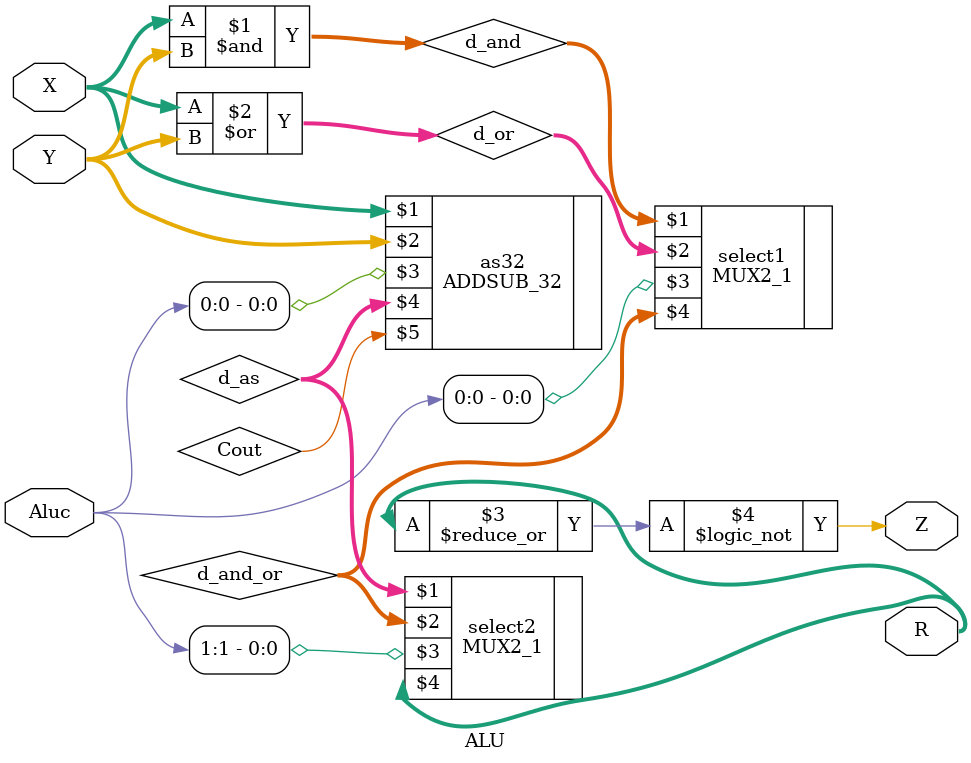
<source format=v>
`timescale 1ns / 1ps


module ALU(X,Y,Aluc,R,Z);
    input [31:0] X,Y;
    input [2:0] Aluc;
    output [31:0] R;
    output Z;
    wire [31:0] d_as,d_and,d_or,d_and_or;
    wire Cout;
    ADDSUB_32 as32(X,Y,Aluc[0],d_as,Cout);
    assign d_and=X&Y;
    assign d_or=X|Y;
    MUX2_1 select1(d_and,d_or,Aluc[0],d_and_or);
    MUX2_1 select2(d_as,d_and_or,Aluc[1],R);
    assign Z=~|R;
endmodule

</source>
